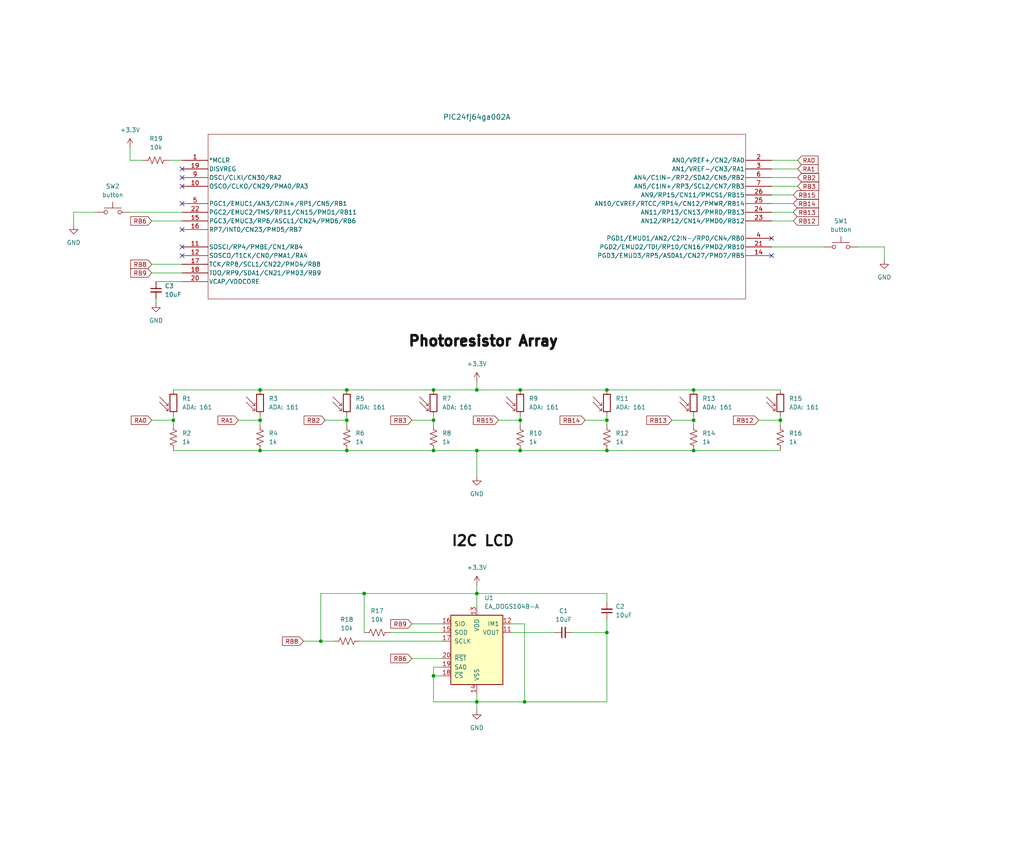
<source format=kicad_sch>
(kicad_sch (version 20231120) (generator "eeschema") (generator_version "8.0")
  (paper "User" 300 250)
  (title_block (title "EE 2361 Final Project Schematic") (date "2025-04-20") (rev "3") (company "A. Ecoff, D. Gomez, C. Harper, D. Hamilton"))
  (lib_symbols
    (symbol "Device:C_Small" (pin_numbers hide) (pin_names (offset 0.254) hide)
      (property "Reference" "C" (at 0.254 1.778 0))
      (property "Value" "C_Small" (at 0.254 -2.032 0))
      (symbol "C_Small_0_1"
        (polyline (pts (xy -1.524 -0.508) (xy 1.524 -0.508)) (stroke (width 0.3302)))
        (polyline (pts (xy -1.524 0.508) (xy 1.524 0.508)) (stroke (width 0.3048)))
      )
      (symbol "C_Small_1_1"
        (pin passive line (at 0 2.54 270) (length 2.032) (name "~") (number "1"))
        (pin passive line (at 0 -2.54 90) (length 2.032) (name "~") (number "2"))
      )
    )
    (symbol "Device:R_Photo" (pin_numbers hide) (pin_names (offset 0))
      (property "Reference" "R" (at 1.27 1.27 0))
      (property "Value" "R_Photo" (at 1.27 0 0))
      (symbol "R_Photo_0_1"
        (rectangle (start -1.016 2.54) (end 1.016 -2.54) (stroke (width 0.254)))
        (polyline (pts (xy -1.524 -2.286) (xy -4.064 0.254)))
        (polyline (pts (xy -1.524 -2.286) (xy -2.286 -2.286)))
        (polyline (pts (xy -1.524 -2.286) (xy -1.524 -1.524)))
        (polyline (pts (xy -1.524 -0.762) (xy -4.064 1.778)))
        (polyline (pts (xy -1.524 -0.762) (xy -2.286 -0.762)))
        (polyline (pts (xy -1.524 -0.762) (xy -1.524 0)))
      )
      (symbol "R_Photo_1_1"
        (pin passive line (at 0 3.81 270) (length 1.27) (name "~") (number "1"))
        (pin passive line (at 0 -3.81 90) (length 1.27) (name "~") (number "2"))
      )
    )
    (symbol "Device:R_US" (pin_numbers hide) (pin_names (offset 0))
      (property "Reference" "R" (at 2.54 0 90))
      (property "Value" "R_US" (at -2.54 0 90))
      (symbol "R_US_0_1"
        (polyline (pts (xy 0 -2.286) (xy 0 -2.54)))
        (polyline (pts (xy 0 2.286) (xy 0 2.54)))
        (polyline (pts (xy 0 -0.762) (xy 1.016 -1.143) (xy 0 -1.524) (xy -1.016 -1.905) (xy 0 -2.286)))
        (polyline (pts (xy 0 0.762) (xy 1.016 0.381) (xy 0 0) (xy -1.016 -0.381) (xy 0 -0.762)))
        (polyline (pts (xy 0 2.286) (xy 1.016 1.905) (xy 0 1.524) (xy -1.016 1.143) (xy 0 0.762)))
      )
      (symbol "R_US_1_1"
        (pin passive line (at 0 3.81 270) (length 1.27) (name "~") (number "1"))
        (pin passive line (at 0 -3.81 90) (length 1.27) (name "~") (number "2"))
      )
    )
    (symbol "Display_Graphic:EA_DOGS104B-A" (pin_names (offset 1.016))
      (property "Reference" "U" (at -5.842 11.684 0))
      (property "Value" "EA_DOGS104B-A" (at 1.524 11.684 0))
      (symbol "EA_DOGS104B-A_0_1"
        (rectangle (start -7.62 10.16) (end 7.62 -10.16) (stroke (width 0.254)) (fill (type background)))
      )
      (symbol "EA_DOGS104B-A_1_1"
        (pin no_connect line (at 7.62 0 180) (length 2.54) hide (name "NC") (number "1"))
        (pin no_connect line (at 7.62 -7.62 180) (length 2.54) hide (name "NC") (number "10"))
        (pin output line (at 10.16 5.08 180) (length 2.54) (name "VOUT") (number "11"))
        (pin input line (at 10.16 7.62 180) (length 2.54) (name "IM1") (number "12"))
        (pin power_in line (at 0 12.7 270) (length 2.54) (name "VDD") (number "13"))
        (pin power_in line (at 0 -12.7 90) (length 2.54) (name "VSS") (number "14"))
        (pin output line (at -10.16 5.08 0) (length 2.54) (name "SOD") (number "15"))
        (pin input line (at -10.16 7.62 0) (length 2.54) (name "SID") (number "16"))
        (pin input line (at -10.16 2.54 0) (length 2.54) (name "SCLK") (number "17"))
        (pin input line (at -10.16 -7.62 0) (length 2.54) (name "~{CS}") (number "18"))
        (pin input line (at -10.16 -5.08 0) (length 2.54) (name "SA0") (number "19"))
        (pin no_connect line (at 7.62 -2.54 180) (length 2.54) hide (name "NC") (number "2"))
        (pin input line (at -10.16 -2.54 0) (length 2.54) (name "~{RST}") (number "20"))
        (pin no_connect line (at 7.62 -5.08 180) (length 2.54) hide (name "NC") (number "9"))
      )
    )
    (symbol "Switch:SW_Push" (pin_numbers hide) (pin_names (offset 1.016) hide)
      (property "Reference" "SW" (at 1.27 2.54 0))
      (property "Value" "SW_Push" (at 0 -1.524 0))
      (symbol "SW_Push_0_1"
        (circle (center -2.032 0) (radius 0.508))
        (polyline (pts (xy 0 1.27) (xy 0 3.048)))
        (polyline (pts (xy 2.54 1.27) (xy -2.54 1.27)))
        (circle (center 2.032 0) (radius 0.508))
        (pin passive line (at -5.08 0 0) (length 2.54) (name "1") (number "1"))
        (pin passive line (at 5.08 0 180) (length 2.54) (name "2") (number "2"))
      )
    )
    (symbol "pic24:Unknown" (pin_names (offset 0.254))
      (property "Value" "Unknown" (at 86.36 10.16 0))
      (symbol "Unknown_1_1"
        (polyline (pts (xy 7.62 -40.64) (xy 165.1 -40.64)) (stroke (width 0.127)))
        (polyline (pts (xy 7.62 7.62) (xy 7.62 -40.64)) (stroke (width 0.127)))
        (polyline (pts (xy 165.1 -40.64) (xy 165.1 7.62)) (stroke (width 0.127)))
        (polyline (pts (xy 165.1 7.62) (xy 7.62 7.62)) (stroke (width 0.127)))
        (pin unspecified line (at 0 0 0) (length 7.62) (name "*MCLR") (number "1"))
        (pin unspecified line (at 0 -7.62 0) (length 7.62) (name "OSCO/CLKO/CN29/PMA0/RA3") (number "10"))
        (pin unspecified line (at 0 -25.4 0) (length 7.62) (name "SOSCI/RP4/PMBE/CN1/RB4") (number "11"))
        (pin unspecified line (at 0 -27.94 0) (length 7.62) (name "SOSCO/T1CK/CN0/PMA1/RA4") (number "12"))
        (pin unspecified line (at 172.72 -27.94 180) (length 7.62) (name "PGD3/EMUD3/RP5/ASDA1/CN27/PMD7/RB5") (number "14"))
        (pin unspecified line (at 0 -17.78 0) (length 7.62) (name "PGC3/EMUC3/RP6/ASCL1/CN24/PMD6/RB6") (number "15"))
        (pin unspecified line (at 0 -20.32 0) (length 7.62) (name "RP7/INT0/CN23/PMD5/RB7") (number "16"))
        (pin unspecified line (at 0 -30.48 0) (length 7.62) (name "TCK/RP8/SCL1/CN22/PMD4/RB8") (number "17"))
        (pin unspecified line (at 0 -33.02 0) (length 7.62) (name "TDO/RP9/SDA1/CN21/PMD3/RB9") (number "18"))
        (pin unspecified line (at 0 -2.54 0) (length 7.62) (name "DISVREG") (number "19"))
        (pin unspecified line (at 172.72 0 180) (length 7.62) (name "AN0/VREF+/CN2/RA0") (number "2"))
        (pin unspecified line (at 0 -35.56 0) (length 7.62) (name "VCAP/VDDCORE") (number "20"))
        (pin unspecified line (at 172.72 -25.4 180) (length 7.62) (name "PGD2/EMUD2/TDI/RP10/CN16/PMD2/RB10") (number "21"))
        (pin unspecified line (at 0 -15.24 0) (length 7.62) (name "PGC2/EMUC2/TMS/RP11/CN15/PMD1/RB11") (number "22"))
        (pin unspecified line (at 172.72 -17.78 180) (length 7.62) (name "AN12/RP12/CN14/PMD0/RB12") (number "23"))
        (pin unspecified line (at 172.72 -15.24 180) (length 7.62) (name "AN11/RP13/CN13/PMRD/RB13") (number "24"))
        (pin unspecified line (at 172.72 -12.7 180) (length 7.62) (name "AN10/CVREF/RTCC/RP14/CN12/PMWR/RB14") (number "25"))
        (pin unspecified line (at 172.72 -10.16 180) (length 7.62) (name "AN9/RP15/CN11/PMCS1/RB15") (number "26"))
        (pin unspecified line (at 172.72 -2.54 180) (length 7.62) (name "AN1/VREF-/CN3/RA1") (number "3"))
        (pin unspecified line (at 172.72 -22.86 180) (length 7.62) (name "PGD1/EMUD1/AN2/C2IN-/RP0/CN4/RB0") (number "4"))
        (pin unspecified line (at 0 -12.7 0) (length 7.62) (name "PGC1/EMUC1/AN3/C2IN+/RP1/CN5/RB1") (number "5"))
        (pin unspecified line (at 172.72 -5.08 180) (length 7.62) (name "AN4/C1IN-/RP2/SDA2/CN6/RB2") (number "6"))
        (pin unspecified line (at 172.72 -7.62 180) (length 7.62) (name "AN5/C1IN+/RP3/SCL2/CN7/RB3") (number "7"))
        (pin unspecified line (at 0 -5.08 0) (length 7.62) (name "OSCI/CLKI/CN30/RA2") (number "9"))
      )
      (symbol "Unknown_2_1"
        (polyline (pts (xy 7.62 -15.24) (xy 33.02 -15.24)) (stroke (width 0.127)))
        (polyline (pts (xy 7.62 7.62) (xy 7.62 -15.24)) (stroke (width 0.127)))
        (polyline (pts (xy 33.02 -15.24) (xy 33.02 7.62)) (stroke (width 0.127)))
        (polyline (pts (xy 33.02 7.62) (xy 7.62 7.62)) (stroke (width 0.127)))
        (pin unspecified line (at 0 0 0) (length 7.62) (name "VDD") (number "13"))
        (pin unspecified line (at 0 -10.16 0) (length 7.62) (name "VSS") (number "27"))
        (pin unspecified line (at 0 -2.54 0) (length 7.62) (name "VDD") (number "28"))
        (pin unspecified line (at 0 -7.62 0) (length 7.62) (name "VSS") (number "8"))
      )
    )
    (symbol "power:+3.3V" (power) (pin_numbers hide) (pin_names (offset 0) hide)
      (property "Value" "+3.3V" (at 0 3.556 0))
      (symbol "+3.3V_0_1"
        (polyline (pts (xy -0.762 1.27) (xy 0 2.54)))
        (polyline (pts (xy 0 0) (xy 0 2.54)))
        (polyline (pts (xy 0 2.54) (xy 0.762 1.27)))
      )
      (symbol "+3.3V_1_1"
        (pin power_in line (at 0 0 90) (length 0) (name "~") (number "1"))
      )
    )
    (symbol "power:+5V" (power) (pin_numbers hide) (pin_names (offset 0) hide)
      (property "Value" "+5V" (at 0 3.556 0))
      (symbol "+5V_0_1"
        (polyline (pts (xy -0.762 1.27) (xy 0 2.54)))
        (polyline (pts (xy 0 0) (xy 0 2.54)))
        (polyline (pts (xy 0 2.54) (xy 0.762 1.27)))
      )
      (symbol "+5V_1_1"
        (pin power_in line (at 0 0 90) (length 0) (name "~") (number "1"))
      )
    )
    (symbol "power:GND" (power) (pin_numbers hide) (pin_names (offset 0) hide)
      (property "Value" "GND" (at 0 -3.81 0))
      (symbol "GND_0_1"
        (polyline (pts (xy 0 0) (xy 0 -1.27) (xy 1.27 -1.27) (xy 0 -2.54) (xy -1.27 -1.27) (xy 0 -1.27)))
      )
      (symbol "GND_1_1"
        (pin power_in line (at 0 0 270) (length 0) (name "~") (number "1"))
      )
    )
  )
  (junction (at 203.2 114.3))
  (junction (at 127 123.19))
  (junction (at 203.2 123.19))
  (junction (at 127 198.12))
  (junction (at 177.8 123.19))
  (junction (at 101.6 114.3))
  (junction (at 106.68 173.99))
  (junction (at 153.67 205.74))
  (junction (at 101.6 132.08))
  (junction (at 93.98 187.96))
  (junction (at 203.2 132.08))
  (junction (at 152.4 132.08))
  (junction (at 101.6 123.19))
  (junction (at 127 132.08))
  (junction (at 177.8 132.08))
  (junction (at 76.2 132.08))
  (junction (at 139.7 114.3))
  (junction (at 139.7 205.74))
  (junction (at 50.8 123.19))
  (junction (at 127 114.3))
  (junction (at 76.2 123.19))
  (junction (at 177.8 114.3))
  (junction (at 139.7 132.08))
  (junction (at 177.8 185.42))
  (junction (at 76.2 114.3))
  (junction (at 152.4 123.19))
  (junction (at 152.4 114.3))
  (junction (at 228.6 123.19))
  (junction (at 139.7 173.99))
  (no_connect (at 53.34 59.69))
  (no_connect (at 53.34 74.93))
  (no_connect (at 53.34 52.07))
  (no_connect (at 53.34 49.53))
  (no_connect (at 53.34 72.39))
  (no_connect (at 53.34 54.61))
  (no_connect (at 226.06 69.85))
  (no_connect (at 226.06 74.93))
  (no_connect (at 53.34 67.31))
  (wire (pts (xy 45.72 82.55) (xy 53.34 82.55)))
  (wire (pts (xy 38.1 46.99) (xy 41.91 46.99)))
  (wire (pts (xy 106.68 173.99) (xy 106.68 185.42)))
  (wire (pts (xy 38.1 43.18) (xy 38.1 46.99)))
  (wire (pts (xy 177.8 185.42) (xy 177.8 205.74)))
  (wire (pts (xy 139.7 171.45) (xy 139.7 173.99)))
  (wire (pts (xy 101.6 114.3) (xy 127 114.3)))
  (wire (pts (xy 27.94 62.23) (xy 21.59 62.23)))
  (wire (pts (xy 49.53 46.99) (xy 53.34 46.99)))
  (wire (pts (xy 226.06 57.15) (xy 232.41 57.15)))
  (wire (pts (xy 177.8 114.3) (xy 203.2 114.3)))
  (wire (pts (xy 21.59 62.23) (xy 21.59 66.04)))
  (wire (pts (xy 146.05 123.19) (xy 152.4 123.19)))
  (wire (pts (xy 44.45 64.77) (xy 53.34 64.77)))
  (wire (pts (xy 50.8 123.19) (xy 50.8 124.46)))
  (wire (pts (xy 50.8 114.3) (xy 76.2 114.3)))
  (wire (pts (xy 44.45 80.01) (xy 53.34 80.01)))
  (wire (pts (xy 127 123.19) (xy 127 124.46)))
  (wire (pts (xy 177.8 205.74) (xy 153.67 205.74)))
  (wire (pts (xy 226.06 52.07) (xy 233.68 52.07)))
  (wire (pts (xy 45.72 87.63) (xy 45.72 88.9)))
  (wire (pts (xy 259.08 76.2) (xy 259.08 72.39)))
  (wire (pts (xy 177.8 181.61) (xy 177.8 185.42)))
  (wire (pts (xy 226.06 49.53) (xy 233.68 49.53)))
  (wire (pts (xy 76.2 114.3) (xy 101.6 114.3)))
  (wire (pts (xy 44.45 77.47) (xy 53.34 77.47)))
  (wire (pts (xy 127 132.08) (xy 139.7 132.08)))
  (wire (pts (xy 101.6 123.19) (xy 101.6 124.46)))
  (wire (pts (xy 139.7 203.2) (xy 139.7 205.74)))
  (wire (pts (xy 228.6 121.92) (xy 228.6 123.19)))
  (wire (pts (xy 177.8 121.92) (xy 177.8 123.19)))
  (wire (pts (xy 152.4 114.3) (xy 177.8 114.3)))
  (wire (pts (xy 139.7 132.08) (xy 139.7 139.7)))
  (wire (pts (xy 44.45 123.19) (xy 50.8 123.19)))
  (wire (pts (xy 50.8 121.92) (xy 50.8 123.19)))
  (wire (pts (xy 120.65 193.04) (xy 129.54 193.04)))
  (wire (pts (xy 139.7 205.74) (xy 139.7 208.28)))
  (wire (pts (xy 120.65 123.19) (xy 127 123.19)))
  (wire (pts (xy 127 198.12) (xy 129.54 198.12)))
  (wire (pts (xy 177.8 132.08) (xy 203.2 132.08)))
  (wire (pts (xy 50.8 132.08) (xy 76.2 132.08)))
  (wire (pts (xy 226.06 64.77) (xy 232.41 64.77)))
  (wire (pts (xy 196.85 123.19) (xy 203.2 123.19)))
  (wire (pts (xy 149.86 185.42) (xy 162.56 185.42)))
  (wire (pts (xy 152.4 132.08) (xy 177.8 132.08)))
  (wire (pts (xy 38.1 62.23) (xy 53.34 62.23)))
  (wire (pts (xy 167.64 185.42) (xy 177.8 185.42)))
  (wire (pts (xy 203.2 123.19) (xy 203.2 124.46)))
  (wire (pts (xy 226.06 72.39) (xy 241.3 72.39)))
  (wire (pts (xy 93.98 187.96) (xy 97.79 187.96)))
  (wire (pts (xy 139.7 111.76) (xy 139.7 114.3)))
  (wire (pts (xy 76.2 123.19) (xy 76.2 124.46)))
  (wire (pts (xy 226.06 59.69) (xy 232.41 59.69)))
  (wire (pts (xy 153.67 205.74) (xy 139.7 205.74)))
  (wire (pts (xy 95.25 123.19) (xy 101.6 123.19)))
  (wire (pts (xy 203.2 132.08) (xy 228.6 132.08)))
  (wire (pts (xy 139.7 114.3) (xy 152.4 114.3)))
  (wire (pts (xy 106.68 173.99) (xy 139.7 173.99)))
  (wire (pts (xy 203.2 121.92) (xy 203.2 123.19)))
  (wire (pts (xy 105.41 187.96) (xy 129.54 187.96)))
  (wire (pts (xy 101.6 132.08) (xy 127 132.08)))
  (wire (pts (xy 88.9 187.96) (xy 93.98 187.96)))
  (wire (pts (xy 222.25 123.19) (xy 228.6 123.19)))
  (wire (pts (xy 149.86 182.88) (xy 153.67 182.88)))
  (wire (pts (xy 76.2 121.92) (xy 76.2 123.19)))
  (wire (pts (xy 127 195.58) (xy 127 198.12)))
  (wire (pts (xy 152.4 121.92) (xy 152.4 123.19)))
  (wire (pts (xy 226.06 46.99) (xy 233.68 46.99)))
  (wire (pts (xy 127 114.3) (xy 139.7 114.3)))
  (wire (pts (xy 153.67 182.88) (xy 153.67 205.74)))
  (wire (pts (xy 177.8 173.99) (xy 139.7 173.99)))
  (wire (pts (xy 127 205.74) (xy 139.7 205.74)))
  (wire (pts (xy 203.2 114.3) (xy 228.6 114.3)))
  (wire (pts (xy 76.2 132.08) (xy 101.6 132.08)))
  (wire (pts (xy 226.06 62.23) (xy 232.41 62.23)))
  (wire (pts (xy 106.68 173.99) (xy 93.98 173.99)))
  (wire (pts (xy 93.98 173.99) (xy 93.98 187.96)))
  (wire (pts (xy 177.8 123.19) (xy 177.8 124.46)))
  (wire (pts (xy 114.3 185.42) (xy 129.54 185.42)))
  (wire (pts (xy 139.7 173.99) (xy 139.7 177.8)))
  (wire (pts (xy 69.85 123.19) (xy 76.2 123.19)))
  (wire (pts (xy 177.8 176.53) (xy 177.8 173.99)))
  (wire (pts (xy 101.6 121.92) (xy 101.6 123.19)))
  (wire (pts (xy 127 198.12) (xy 127 205.74)))
  (wire (pts (xy 127 121.92) (xy 127 123.19)))
  (wire (pts (xy 259.08 72.39) (xy 251.46 72.39)))
  (wire (pts (xy 139.7 132.08) (xy 152.4 132.08)))
  (wire (pts (xy 152.4 123.19) (xy 152.4 124.46)))
  (wire (pts (xy 171.45 123.19) (xy 177.8 123.19)))
  (wire (pts (xy 228.6 123.19) (xy 228.6 124.46)))
  (wire (pts (xy 120.65 182.88) (xy 129.54 182.88)))
  (wire (pts (xy 226.06 54.61) (xy 233.68 54.61)))
  (wire (pts (xy 129.54 195.58) (xy 127 195.58)))
  (label "Photoresistor Array" (at 119.38 102.87 0) (effects (font (size 3 3) (thickness 0.8) (bold yes))))
  (label "I2C LCD" (at 132.08 161.29 0) (effects (font (size 3 3) (thickness 0.6) (bold yes))))
  (global_label "RB15" (shape input) (at 146.05 123.19 180) (property "Intersheetrefs" "${INTERSHEET_REFS}" (effects (hide yes))))
  (global_label "RB3" (shape input) (at 233.68 54.61 0) (property "Intersheetrefs" "${INTERSHEET_REFS}" (effects (hide yes))))
  (global_label "RA0" (shape input) (at 233.68 46.99 0) (property "Intersheetrefs" "${INTERSHEET_REFS}" (effects (hide yes))))
  (global_label "RB14" (shape input) (at 171.45 123.19 180) (property "Intersheetrefs" "${INTERSHEET_REFS}" (effects (hide yes))))
  (global_label "RB15" (shape input) (at 232.41 57.15 0) (property "Intersheetrefs" "${INTERSHEET_REFS}" (effects (hide yes))))
  (global_label "RB6" (shape input) (at 44.45 64.77 180) (property "Intersheetrefs" "${INTERSHEET_REFS}" (effects (hide yes))))
  (global_label "RB14" (shape input) (at 232.41 59.69 0) (property "Intersheetrefs" "${INTERSHEET_REFS}" (effects (hide yes))))
  (global_label "RB12" (shape input) (at 232.41 64.77 0) (property "Intersheetrefs" "${INTERSHEET_REFS}" (effects (hide yes))))
  (global_label "RA0" (shape input) (at 44.45 123.19 180) (property "Intersheetrefs" "${INTERSHEET_REFS}" (effects (hide yes))))
  (global_label "RB8" (shape input) (at 44.45 77.47 180) (property "Intersheetrefs" "${INTERSHEET_REFS}" (effects (hide yes))))
  (global_label "RB3" (shape input) (at 120.65 123.19 180) (property "Intersheetrefs" "${INTERSHEET_REFS}" (effects (hide yes))))
  (global_label "RB8" (shape input) (at 88.9 187.96 180) (property "Intersheetrefs" "${INTERSHEET_REFS}" (effects (hide yes))))
  (global_label "RB6" (shape input) (at 120.65 193.04 180) (property "Intersheetrefs" "${INTERSHEET_REFS}" (effects (hide yes))))
  (global_label "RB2" (shape input) (at 233.68 52.07 0) (property "Intersheetrefs" "${INTERSHEET_REFS}" (effects (hide yes))))
  (global_label "RB13" (shape input) (at 196.85 123.19 180) (property "Intersheetrefs" "${INTERSHEET_REFS}" (effects (hide yes))))
  (global_label "RB13" (shape input) (at 232.41 62.23 0) (property "Intersheetrefs" "${INTERSHEET_REFS}" (effects (hide yes))))
  (global_label "RB2" (shape input) (at 95.25 123.19 180) (property "Intersheetrefs" "${INTERSHEET_REFS}" (effects (hide yes))))
  (global_label "RB12" (shape input) (at 222.25 123.19 180) (property "Intersheetrefs" "${INTERSHEET_REFS}" (effects (hide yes))))
  (global_label "RB9" (shape input) (at 120.65 182.88 180) (property "Intersheetrefs" "${INTERSHEET_REFS}" (effects (hide yes))))
  (global_label "RA1" (shape input) (at 69.85 123.19 180) (property "Intersheetrefs" "${INTERSHEET_REFS}" (effects (hide yes))))
  (global_label "RB9" (shape input) (at 44.45 80.01 180) (property "Intersheetrefs" "${INTERSHEET_REFS}" (effects (hide yes))))
  (global_label "RA1" (shape input) (at 233.68 49.53 0) (property "Intersheetrefs" "${INTERSHEET_REFS}" (effects (hide yes))))
  (symbol (lib_id "Device:C_Small") (at 45.72 85.09 0) (unit 1)
    (property "Reference" "C3" (at 48.26 83.8262 0) (effects (justify left)))
    (property "Value" "10uF" (at 48.26 86.3662 0) (effects (justify left)))
    (property "Description" "Unpolarized capacitor, small symbol" (effects (hide yes)))
  )
  (symbol (lib_id "Device:R_US") (at 203.2 128.27 0) (unit 1)
    (property "Reference" "R14" (at 205.74 126.9999 0) (effects (justify left)))
    (property "Value" "1k" (at 205.74 129.5399 0) (effects (justify left)))
    (property "Description" "Resistor, US symbol" (effects (hide yes)))
  )
  (symbol (lib_id "Display_Graphic:EA_DOGS104B-A") (at 139.7 190.5 0) (unit 1)
    (property "Reference" "U1" (at 141.8941 175.26 0) (effects (justify left)))
    (property "Value" "EA_DOGS104B-A" (at 141.8941 177.8 0) (effects (justify left)))
    (property "Footprint" "Display:EA_DOGS104X-A" (effects (hide yes)))
    (property "Datasheet" "http://www.lcd-module.com/fileadmin/eng/pdf/doma/dogs104e.pdf" (effects (hide yes)))
    (property "Description" "LCD 4x10 character display blue transmissive background, +3.3V VDD, I2C or SPI" (effects (hide yes)))
  )
  (symbol (lib_id "Device:C_Small") (at 177.8 179.07 180) (unit 1)
    (property "Reference" "C2" (at 180.34 177.7935 0) (effects (justify right)))
    (property "Value" "10uF" (at 180.34 180.3335 0) (effects (justify right)))
    (property "Description" "Unpolarized capacitor, small symbol" (effects (hide yes)))
  )
  (symbol (lib_id "Switch:SW_Push") (at 33.02 62.23 0) (unit 1)
    (property "Reference" "SW2" (at 33.02 54.61 0))
    (property "Value" "button" (at 33.02 57.15 0))
    (property "Description" "Push button switch, generic, two pins" (effects (hide yes)))
  )
  (symbol (lib_id "Device:R_Photo") (at 203.2 118.11 0) (unit 1)
    (property "Reference" "R13" (at 205.74 116.8399 0) (effects (justify left)))
    (property "Value" "ADA: 161" (at 205.74 119.3799 0) (effects (justify left)))
    (property "Description" "Photoresistor" (effects (hide yes)))
  )
  (symbol (lib_id "Device:R_US") (at 152.4 128.27 0) (unit 1)
    (property "Reference" "R10" (at 154.94 126.9999 0) (effects (justify left)))
    (property "Value" "1k" (at 154.94 129.5399 0) (effects (justify left)))
    (property "Description" "Resistor, US symbol" (effects (hide yes)))
  )
  (symbol (lib_id "Device:R_US") (at 76.2 128.27 0) (unit 1)
    (property "Reference" "R4" (at 78.74 126.9999 0) (effects (justify left)))
    (property "Value" "1k" (at 78.74 129.5399 0) (effects (justify left)))
    (property "Description" "Resistor, US symbol" (effects (hide yes)))
  )
  (symbol (lib_id "power:GND") (at 45.72 88.9 0) (unit 1)
    (property "Reference" "#PWR07" (effects (hide yes)))
    (property "Value" "GND" (at 45.72 93.98 0))
    (property "Description" "Power symbol creates a global label with name \"GND\" , ground" (effects (hide yes)))
  )
  (symbol (lib_id "Device:R_Photo") (at 101.6 118.11 0) (unit 1)
    (property "Reference" "R5" (at 104.14 116.8399 0) (effects (justify left)))
    (property "Value" "ADA: 161" (at 104.14 119.3799 0) (effects (justify left)))
    (property "Description" "Photoresistor" (effects (hide yes)))
  )
  (symbol (lib_id "Device:R_US") (at 50.8 128.27 0) (unit 1)
    (property "Reference" "R2" (at 53.34 126.9999 0) (effects (justify left)))
    (property "Value" "1k" (at 53.34 129.5399 0) (effects (justify left)))
    (property "Description" "Resistor, US symbol" (effects (hide yes)))
  )
  (symbol (lib_id "power:GND") (at 21.59 66.04 0) (unit 1)
    (property "Reference" "#PWR06" (effects (hide yes)))
    (property "Value" "GND" (at 21.59 71.12 0))
    (property "Description" "Power symbol creates a global label with name \"GND\" , ground" (effects (hide yes)))
  )
  (symbol (lib_id "Device:R_Photo") (at 152.4 118.11 0) (unit 1)
    (property "Reference" "R9" (at 154.94 116.8399 0) (effects (justify left)))
    (property "Value" "ADA: 161" (at 154.94 119.3799 0) (effects (justify left)))
    (property "Description" "Photoresistor" (effects (hide yes)))
  )
  (symbol (lib_id "power:+5V") (at 139.7 111.76 0) (unit 1)
    (property "Reference" "#PWR01" (effects (hide yes)))
    (property "Value" "+3.3V" (at 139.7 106.68 0))
    (property "Description" "Power symbol creates a global label with name \"+5V\"" (effects (hide yes)))
  )
  (symbol (lib_id "Device:R_Photo") (at 76.2 118.11 0) (unit 1)
    (property "Reference" "R3" (at 78.74 116.8399 0) (effects (justify left)))
    (property "Value" "ADA: 161" (at 78.74 119.3799 0) (effects (justify left)))
    (property "Description" "Photoresistor" (effects (hide yes)))
  )
  (symbol (lib_id "Device:R_US") (at 101.6 128.27 0) (unit 1)
    (property "Reference" "R6" (at 104.14 126.9999 0) (effects (justify left)))
    (property "Value" "1k" (at 104.14 129.5399 0) (effects (justify left)))
    (property "Description" "Resistor, US symbol" (effects (hide yes)))
  )
  (symbol (lib_id "Device:R_US") (at 228.6 128.27 0) (unit 1)
    (property "Reference" "R16" (at 231.14 126.9999 0) (effects (justify left)))
    (property "Value" "1k" (at 231.14 129.5399 0) (effects (justify left)))
    (property "Description" "Resistor, US symbol" (effects (hide yes)))
  )
  (symbol (lib_id "Device:R_Photo") (at 127 118.11 0) (unit 1)
    (property "Reference" "R7" (at 129.54 116.8399 0) (effects (justify left)))
    (property "Value" "ADA: 161" (at 129.54 119.3799 0) (effects (justify left)))
    (property "Description" "Photoresistor" (effects (hide yes)))
  )
  (symbol (lib_id "Device:R_US") (at 110.49 185.42 90) (unit 1)
    (property "Reference" "R17" (at 110.49 179.07 90))
    (property "Value" "10k" (at 110.49 181.61 90))
    (property "Description" "Resistor, US symbol" (effects (hide yes)))
  )
  (symbol (lib_id "Device:R_Photo") (at 50.8 118.11 0) (unit 1)
    (property "Reference" "R1" (at 53.34 116.8399 0) (effects (justify left)))
    (property "Value" "ADA: 161" (at 53.34 119.3799 0) (effects (justify left)))
    (property "Description" "Photoresistor" (effects (hide yes)))
  )
  (symbol (lib_id "Device:R_US") (at 127 128.27 0) (unit 1)
    (property "Reference" "R8" (at 129.54 126.9999 0) (effects (justify left)))
    (property "Value" "1k" (at 129.54 129.5399 0) (effects (justify left)))
    (property "Description" "Resistor, US symbol" (effects (hide yes)))
  )
  (symbol (lib_id "Device:R_US") (at 177.8 128.27 0) (unit 1)
    (property "Reference" "R12" (at 180.34 126.9999 0) (effects (justify left)))
    (property "Value" "1k" (at 180.34 129.5399 0) (effects (justify left)))
    (property "Description" "Resistor, US symbol" (effects (hide yes)))
  )
  (symbol (lib_id "Device:R_Photo") (at 177.8 118.11 0) (unit 1)
    (property "Reference" "R11" (at 180.34 116.8399 0) (effects (justify left)))
    (property "Value" "ADA: 161" (at 180.34 119.3799 0) (effects (justify left)))
    (property "Description" "Photoresistor" (effects (hide yes)))
  )
  (symbol (lib_id "power:+3.3V") (at 139.7 171.45 0) (unit 1)
    (property "Reference" "#PWR03" (effects (hide yes)))
    (property "Value" "+3.3V" (at 139.7 166.37 0))
    (property "Description" "Power symbol creates a global label with name \"+3.3V\"" (effects (hide yes)))
  )
  (symbol (lib_id "pic24:Unknown") (at 53.34 46.99 0) (unit 1)
    (property "Reference" "PIC24fj64ga002" (at 139.7 34.29 0) (effects (font (size 1.524 1.524))))
    (property "Footprint" "SPDIP28_300MC" (effects (hide yes)))
    (property "Datasheet" "Unknown" (effects (hide yes)))
  )
  (symbol (lib_id "power:+3.3V") (at 38.1 43.18 0) (unit 1)
    (property "Reference" "#PWR08" (effects (hide yes)))
    (property "Value" "+3.3V" (at 38.1 38.1 0))
    (property "Description" "Power symbol creates a global label with name \"+3.3V\"" (effects (hide yes)))
  )
  (symbol (lib_id "power:GND") (at 139.7 139.7 0) (unit 1)
    (property "Reference" "#PWR02" (effects (hide yes)))
    (property "Value" "GND" (at 139.7 144.78 0))
    (property "Description" "Power symbol creates a global label with name \"GND\" , ground" (effects (hide yes)))
  )
  (symbol (lib_id "Device:R_Photo") (at 228.6 118.11 0) (unit 1)
    (property "Reference" "R15" (at 231.14 116.8399 0) (effects (justify left)))
    (property "Value" "ADA: 161" (at 231.14 119.3799 0) (effects (justify left)))
    (property "Description" "Photoresistor" (effects (hide yes)))
  )
  (symbol (lib_id "Device:R_US") (at 101.6 187.96 90) (unit 1)
    (property "Reference" "R18" (at 101.6 181.61 90))
    (property "Value" "10k" (at 101.6 184.15 90))
    (property "Description" "Resistor, US symbol" (effects (hide yes)))
  )
  (symbol (lib_id "power:GND") (at 259.08 76.2 0) (unit 1)
    (property "Reference" "#PWR05" (effects (hide yes)))
    (property "Value" "GND" (at 259.08 81.28 0))
    (property "Description" "Power symbol creates a global label with name \"GND\" , ground" (effects (hide yes)))
  )
  (symbol (lib_id "Device:C_Small") (at 165.1 185.42 90) (unit 1)
    (property "Reference" "C1" (at 165.1063 179.07 90))
    (property "Value" "10uF" (at 165.1063 181.61 90))
    (property "Description" "Unpolarized capacitor, small symbol" (effects (hide yes)))
  )
  (symbol (lib_id "power:GND") (at 139.7 208.28 0) (unit 1)
    (property "Reference" "#PWR04" (effects (hide yes)))
    (property "Value" "GND" (at 139.7 213.36 0))
    (property "Description" "Power symbol creates a global label with name \"GND\" , ground" (effects (hide yes)))
  )
  (symbol (lib_id "Device:R_US") (at 45.72 46.99 90) (unit 1)
    (property "Reference" "R19" (at 45.72 40.64 90))
    (property "Value" "10k" (at 45.72 43.18 90))
    (property "Description" "Resistor, US symbol" (effects (hide yes)))
  )
  (symbol (lib_id "Switch:SW_Push") (at 246.38 72.39 0) (unit 1)
    (property "Reference" "SW1" (at 246.38 64.77 0))
    (property "Value" "button" (at 246.38 67.31 0))
    (property "Description" "Push button switch, generic, two pins" (effects (hide yes)))
  )
)
</source>
